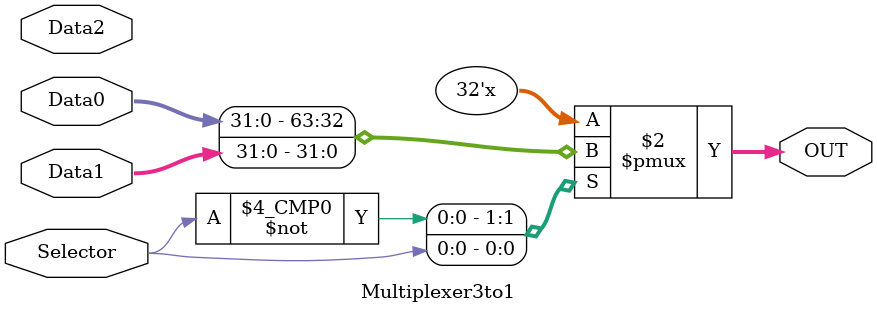
<source format=v>
/********************************
Modulo multiplexor 3 a 1
Fernanda Muñoz
Alondra macias
Alberto Anton
*******************/

module Multiplexer3to1

#(

	parameter NBits = 32
	
)

(
	input Selector,
	input [NBits-1:0] Data0,
	input [NBits-1:0] Data1,
	input [NBits-1:0] Data2,
	
	output reg [NBits-1:0] OUT

);


	always@(Selector,Data2,Data1,Data0) 
	begin
	//cambiamos el if por un case para las 3 opciones
		/*if(Selector)
			OUT = Data1;
		else
			OUT = Data0;*/
			
		case(Selector)
		
		2'b00:
			
			OUT <= Data0;
		
		2'b01:
			
			OUT <= Data1;
	   
		2'b10:
			
			OUT <= Data2;
		
		default:
			
			OUT <= 0;
			
		endcase
			
			
	end

endmodule
</source>
